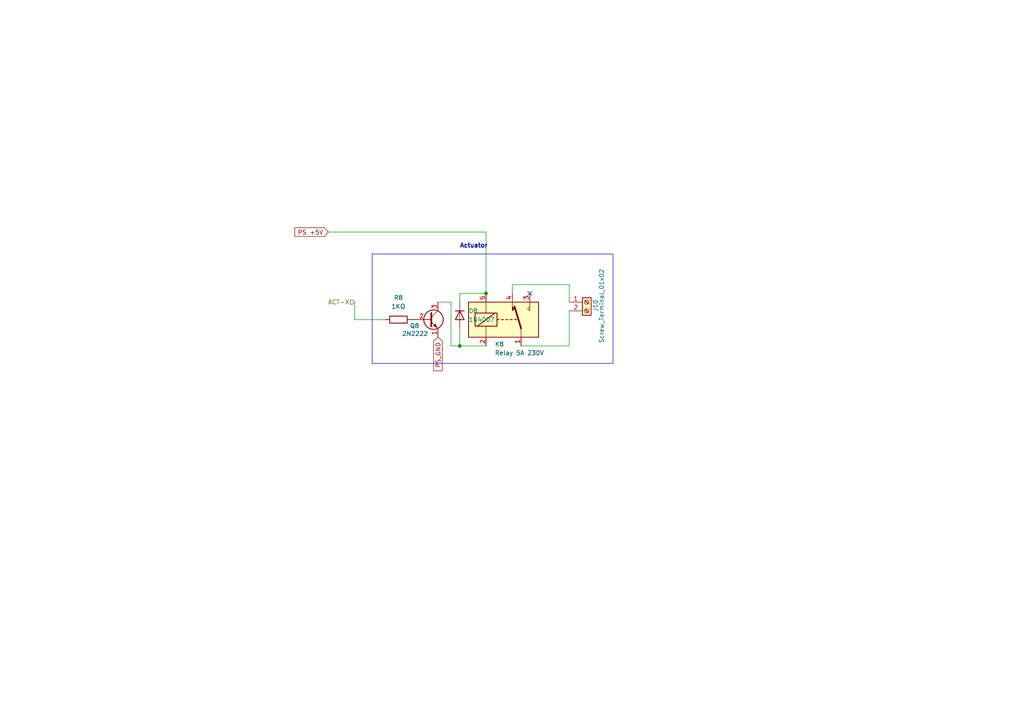
<source format=kicad_sch>
(kicad_sch (version 20231120) (generator "eeschema") (generator_version "8.0")
  (paper "A4")
  (lib_symbols
    (symbol "Connector:Screw_Terminal_01x02" (pin_names (offset 1.016) hide)
      (property "Reference" "J" (at 0 2.54 0))
      (property "Value" "Screw_Terminal_01x02" (at 0 -5.08 0))
      (symbol "Screw_Terminal_01x02_1_1"
        (rectangle (start -1.27 1.27) (end 1.27 -3.81) (stroke (width 0.254)) (fill (type background)))
        (circle (center 0 -2.54) (radius 0.635) (stroke (width 0.1524)))
        (polyline (pts (xy -0.5334 -2.2098) (xy 0.3302 -3.048)) (stroke (width 0.1524)))
        (polyline (pts (xy -0.5334 0.3302) (xy 0.3302 -0.508)) (stroke (width 0.1524)))
        (polyline (pts (xy -0.3556 -2.032) (xy 0.508 -2.8702)) (stroke (width 0.1524)))
        (polyline (pts (xy -0.3556 0.508) (xy 0.508 -0.3302)) (stroke (width 0.1524)))
        (circle (center 0 0) (radius 0.635) (stroke (width 0.1524)))
        (pin passive line (at -5.08 0 0) (length 3.81) (name "Pin_1") (number "1"))
        (pin passive line (at -5.08 -2.54 0) (length 3.81) (name "Pin_2") (number "2"))
      )
    )
    (symbol "Device:R" (pin_numbers hide) (pin_names (offset 0))
      (property "Reference" "R" (at 2.032 0 90))
      (property "Value" "R" (at 0 0 90))
      (symbol "R_0_1"
        (rectangle (start -1.016 -2.54) (end 1.016 2.54) (stroke (width 0.254)))
      )
      (symbol "R_1_1"
        (pin passive line (at 0 3.81 270) (length 1.27) (name "~") (number "1"))
        (pin passive line (at 0 -3.81 90) (length 1.27) (name "~") (number "2"))
      )
    )
    (symbol "Diode:1N4007" (pin_numbers hide) (pin_names hide)
      (property "Reference" "D" (at 0 2.54 0))
      (property "Value" "1N4007" (at 0 -2.54 0))
      (symbol "1N4007_0_1"
        (polyline (pts (xy -1.27 1.27) (xy -1.27 -1.27)) (stroke (width 0.254)))
        (polyline (pts (xy 1.27 0) (xy -1.27 0)))
        (polyline (pts (xy 1.27 1.27) (xy 1.27 -1.27) (xy -1.27 0) (xy 1.27 1.27)) (stroke (width 0.254)))
      )
      (symbol "1N4007_1_1"
        (pin passive line (at -3.81 0 0) (length 2.54) (name "K") (number "1"))
        (pin passive line (at 3.81 0 180) (length 2.54) (name "A") (number "2"))
      )
    )
    (symbol "Relay:SANYOU_SRD_Form_C"
      (property "Reference" "K" (at 11.43 3.81 0))
      (property "Value" "SANYOU_SRD_Form_C" (at 11.43 1.27 0))
      (symbol "SANYOU_SRD_Form_C_0_0"
        (polyline (pts (xy 7.62 5.08) (xy 7.62 2.54) (xy 6.985 3.175) (xy 7.62 3.81)))
      )
      (symbol "SANYOU_SRD_Form_C_0_1"
        (rectangle (start -10.16 5.08) (end 10.16 -5.08) (stroke (width 0.254)) (fill (type background)))
        (rectangle (start -8.255 1.905) (end -1.905 -1.905) (stroke (width 0.254)))
        (polyline (pts (xy -7.62 -1.905) (xy -2.54 1.905)) (stroke (width 0.254)))
        (polyline (pts (xy -5.08 -5.08) (xy -5.08 -1.905)))
        (polyline (pts (xy -5.08 5.08) (xy -5.08 1.905)))
        (polyline (pts (xy -1.905 0) (xy -1.27 0)) (stroke (width 0.254)))
        (polyline (pts (xy -0.635 0) (xy 0 0)) (stroke (width 0.254)))
        (polyline (pts (xy 0.635 0) (xy 1.27 0)) (stroke (width 0.254)))
        (polyline (pts (xy 1.905 0) (xy 2.54 0)) (stroke (width 0.254)))
        (polyline (pts (xy 3.175 0) (xy 3.81 0)) (stroke (width 0.254)))
        (polyline (pts (xy 5.08 -2.54) (xy 3.175 3.81)) (stroke (width 0.508)))
        (polyline (pts (xy 5.08 -2.54) (xy 5.08 -5.08)))
      )
      (symbol "SANYOU_SRD_Form_C_1_1"
        (polyline (pts (xy 2.54 3.81) (xy 3.175 3.175) (xy 2.54 2.54) (xy 2.54 5.08)) (fill (type outline)))
        (pin passive line (at 5.08 -7.62 90) (length 2.54) (name "~") (number "1"))
        (pin passive line (at -5.08 -7.62 90) (length 2.54) (name "~") (number "2"))
        (pin passive line (at 7.62 7.62 270) (length 2.54) (name "~") (number "3"))
        (pin passive line (at 2.54 7.62 270) (length 2.54) (name "~") (number "4"))
        (pin passive line (at -5.08 7.62 270) (length 2.54) (name "~") (number "5"))
      )
    )
    (symbol "Transistor_BJT:2N3904" (pin_names (offset 0) hide)
      (property "Reference" "Q" (at 5.08 1.905 0))
      (property "Value" "2N3904" (at 5.08 0 0))
      (symbol "2N3904_0_1"
        (polyline (pts (xy 0.635 0.635) (xy 2.54 2.54)))
        (polyline (pts (xy 0.635 -0.635) (xy 2.54 -2.54) (xy 2.54 -2.54)))
        (polyline (pts (xy 0.635 1.905) (xy 0.635 -1.905) (xy 0.635 -1.905)) (stroke (width 0.508)))
        (polyline (pts (xy 1.27 -1.778) (xy 1.778 -1.27) (xy 2.286 -2.286) (xy 1.27 -1.778) (xy 1.27 -1.778)) (fill (type outline)))
        (circle (center 1.27 0) (radius 2.8194) (stroke (width 0.254)))
      )
      (symbol "2N3904_1_1"
        (pin passive line (at 2.54 -5.08 90) (length 2.54) (name "E") (number "1"))
        (pin passive line (at -5.08 0 0) (length 5.715) (name "B") (number "2"))
        (pin passive line (at 2.54 5.08 270) (length 2.54) (name "C") (number "3"))
      )
    )
  )
  (junction (at 133.35 100.33))
  (junction (at 140.97 85.09))
  (no_connect (at 153.67 85.09))
  (wire (pts (xy 127 87.63) (xy 130.81 87.63)))
  (wire (pts (xy 133.35 85.09) (xy 133.35 87.63)))
  (wire (pts (xy 148.59 85.09) (xy 148.59 82.55)))
  (wire (pts (xy 130.81 100.33) (xy 133.35 100.33)))
  (wire (pts (xy 140.97 85.09) (xy 133.35 85.09)))
  (wire (pts (xy 130.81 87.63) (xy 130.81 100.33)))
  (wire (pts (xy 165.1 100.33) (xy 165.1 90.17)))
  (wire (pts (xy 148.59 82.55) (xy 165.1 82.55)))
  (wire (pts (xy 151.13 100.33) (xy 165.1 100.33)))
  (wire (pts (xy 165.1 82.55) (xy 165.1 87.63)))
  (wire (pts (xy 133.35 95.25) (xy 133.35 100.33)))
  (wire (pts (xy 140.97 67.31) (xy 140.97 85.09)))
  (wire (pts (xy 102.87 92.71) (xy 111.76 92.71)))
  (wire (pts (xy 133.35 100.33) (xy 140.97 100.33)))
  (wire (pts (xy 95.25 67.31) (xy 140.97 67.31)))
  (wire (pts (xy 102.87 87.63) (xy 102.87 92.71)))
  (rectangle (start 107.95 73.66) (end 177.8 105.41))
  (text "Actuator\n" (at 137.414 71.374 0) (effects (font (size 1.27 1.27) (thickness 0.254) (bold yes))))
  (global_label "PS +5V" (shape input) (at 95.25 67.31 180) (property "Intersheetrefs" "${INTERSHEET_REFS}" (effects (hide yes))))
  (global_label "PS_GND" (shape input) (at 127 97.79 270) (property "Intersheetrefs" "${INTERSHEET_REFS}" (effects (hide yes))))
  (hierarchical_label "ACT-X" (shape input) (at 102.87 87.63 180))
  (symbol (lib_id "Device:R") (at 115.57 92.71 90) (unit 1)
    (property "Reference" "R8" (at 115.57 86.36 90))
    (property "Value" "1KΩ" (at 115.57 88.9 90))
    (property "Footprint" "Resistor_THT:R_Axial_DIN0207_L6.3mm_D2.5mm_P7.62mm_Horizontal" (effects (hide yes)))
    (property "Description" "Resistor" (effects (hide yes)))
    (instances (project "smart_board" (path "" (reference "R8") (unit 1)) (path "" (reference "R1") (unit 1))))
  )
  (symbol (lib_id "Transistor_BJT:2N3904") (at 124.46 92.71 0) (unit 1)
    (property "Reference" "Q8" (at 118.872 94.488 0) (effects (justify left)))
    (property "Value" "2N2222" (at 124.206 96.774 0) (effects (justify right)))
    (property "Footprint" "Package_TO_SOT_THT:TO-92_Inline" (effects (hide yes)))
    (property "Datasheet" "https://www.onsemi.com/pub/Collateral/2N3903-D.PDF" (effects (hide yes)))
    (property "Description" "0.2A Ic, 40V Vce, Small Signal NPN Transistor, TO-92" (effects (hide yes)))
    (instances (project "smart_board" (path "" (reference "Q8") (unit 1)) (path "" (reference "Q1") (unit 1))))
  )
  (symbol (lib_id "Relay:SANYOU_SRD_Form_C") (at 146.05 92.71 0) (unit 1)
    (property "Reference" "K8" (at 143.51 99.822 0) (effects (justify left)))
    (property "Value" "Relay 5A 230V" (at 143.51 102.362 0) (effects (justify left)))
    (property "Footprint" "Relay_THT:Relay_SPDT_SANYOU_SRD_Series_Form_C" (effects (hide yes)))
    (property "Datasheet" "http://www.sanyourelay.ca/public/products/pdf/SRD.pdf" (effects (hide yes)))
    (property "Description" "Sanyo SRD relay, Single Pole Miniature Power Relay," (effects (hide yes)))
    (instances (project "smart_board" (path "" (reference "K8") (unit 1)) (path "" (reference "K1") (unit 1))))
  )
  (symbol (lib_id "Connector:Screw_Terminal_01x02") (at 170.18 87.63 0) (unit 1)
    (property "Reference" "J10" (at 172.72 90.424 90) (effects (justify left)))
    (property "Value" "Screw_Terminal_01x02" (at 174.498 99.568 90) (effects (justify left)))
    (property "Footprint" "TerminalBlock:TerminalBlock_MaiXu_MX126-5.0-02P_1x02_P5.00mm" (effects (hide yes)))
    (property "Description" "Generic screw terminal, single row, 01x02, script generated (kicad-library-utils/schlib/autogen/connector/)" (effects (hide yes)))
    (instances (project "smart_board" (path "" (reference "J10") (unit 1)) (path "" (reference "J3") (unit 1))))
  )
  (symbol (lib_id "Diode:1N4007") (at 133.35 91.44 270) (unit 1)
    (property "Reference" "D8" (at 135.89 90.1699 90) (effects (justify left)))
    (property "Value" "1N4007" (at 135.89 92.7099 90) (effects (justify left)))
    (property "Footprint" "Diode_THT:D_DO-41_SOD81_P10.16mm_Horizontal" (effects (hide yes)))
    (property "Datasheet" "http://www.vishay.com/docs/88503/1n4001.pdf" (effects (hide yes)))
    (property "Description" "1000V 1A General Purpose Rectifier Diode, DO-41" (effects (hide yes)))
    (property "Sim.Device" "D" (effects (hide yes)))
    (property "Sim.Pins" "1=K 2=A" (effects (hide yes)))
    (instances (project "smart_board" (path "" (reference "D8") (unit 1)) (path "" (reference "D1") (unit 1))))
  )
)
</source>
